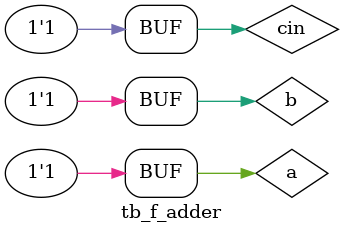
<source format=v>


`timescale 1ns/100ps
module tb_f_adder();
    reg a,b,cin;
    wire cout,sum;
    f_adder u0(a,b,cin,cout,sum);
    initial
begin
    #100;   a=1'b0;b=1'b0;cin=1'b0;
   #100;    a=1'b0;b=1'b1;cin=1'b0;
   #100;    a=1'b1;b=1'b0;cin=1'b0;
   #100;    a=1'b1;b=1'b1;cin=1'b0;
   #100;    a=1'b0;b=1'b0;cin=1'b1;
   #100;    a=1'b0;b=1'b1;cin=1'b1;
   #100;    a=1'b1;b=1'b0;cin=1'b1;
   #100;    a=1'b1;b=1'b1;cin=1'b1;
    end
endmodule


</source>
